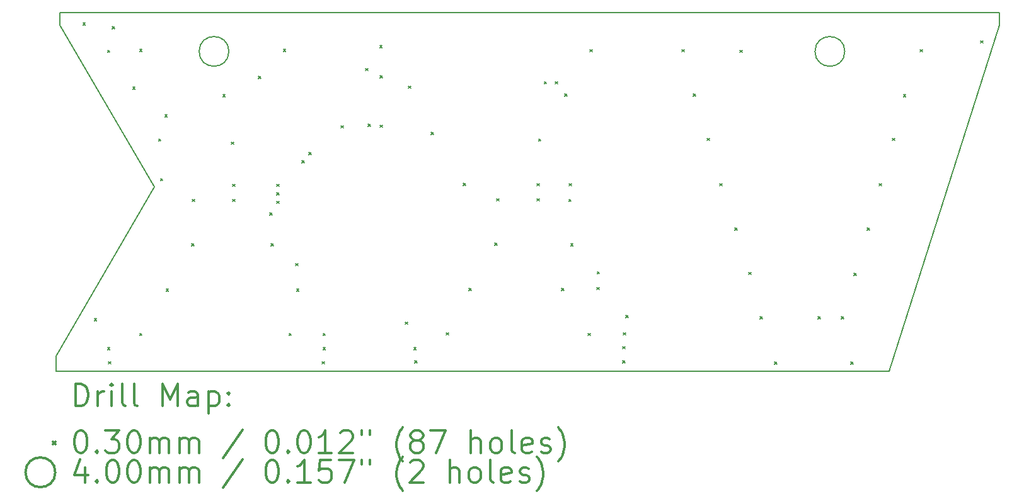
<source format=gbr>
%FSLAX45Y45*%
G04 Gerber Fmt 4.5, Leading zero omitted, Abs format (unit mm)*
G04 Created by KiCad (PCBNEW 4.0.5+dfsg1-4) date Sat Jun 24 16:55:35 2017*
%MOMM*%
%LPD*%
G01*
G04 APERTURE LIST*
%ADD10C,0.127000*%
%ADD11C,0.150000*%
%ADD12C,0.200000*%
%ADD13C,0.300000*%
G04 APERTURE END LIST*
D10*
D11*
X15775000Y-3275000D02*
X3150000Y-3275000D01*
X15775000Y-3450000D02*
X15775000Y-3275000D01*
X14300000Y-8100000D02*
X15775000Y-3450000D01*
X3100000Y-8100000D02*
X14300000Y-8100000D01*
X3100000Y-7900000D02*
X3100000Y-8100000D01*
X4425000Y-5625000D02*
X3100000Y-7900000D01*
X3150000Y-3450000D02*
X4425000Y-5625000D01*
X3150000Y-3275000D02*
X3150000Y-3450000D01*
D12*
X3464560Y-3413760D02*
X3495040Y-3444240D01*
X3495040Y-3413760D02*
X3464560Y-3444240D01*
X3616960Y-7395210D02*
X3647440Y-7425690D01*
X3647440Y-7395210D02*
X3616960Y-7425690D01*
X3794760Y-3782060D02*
X3825240Y-3812540D01*
X3825240Y-3782060D02*
X3794760Y-3812540D01*
X3794760Y-7782560D02*
X3825240Y-7813040D01*
X3825240Y-7782560D02*
X3794760Y-7813040D01*
X3807460Y-7973060D02*
X3837940Y-8003540D01*
X3837940Y-7973060D02*
X3807460Y-8003540D01*
X3858260Y-3464560D02*
X3888740Y-3495040D01*
X3888740Y-3464560D02*
X3858260Y-3495040D01*
X4132580Y-4277360D02*
X4163060Y-4307840D01*
X4163060Y-4277360D02*
X4132580Y-4307840D01*
X4226560Y-3769360D02*
X4257040Y-3799840D01*
X4257040Y-3769360D02*
X4226560Y-3799840D01*
X4226560Y-7592060D02*
X4257040Y-7622540D01*
X4257040Y-7592060D02*
X4226560Y-7622540D01*
X4480560Y-4975860D02*
X4511040Y-5006340D01*
X4511040Y-4975860D02*
X4480560Y-5006340D01*
X4505960Y-5509260D02*
X4536440Y-5539740D01*
X4536440Y-5509260D02*
X4505960Y-5539740D01*
X4566920Y-4650740D02*
X4597400Y-4681220D01*
X4597400Y-4650740D02*
X4566920Y-4681220D01*
X4582160Y-6995160D02*
X4612640Y-7025640D01*
X4612640Y-6995160D02*
X4582160Y-7025640D01*
X4925060Y-6385560D02*
X4955540Y-6416040D01*
X4955540Y-6385560D02*
X4925060Y-6416040D01*
X4932680Y-5788660D02*
X4963160Y-5819140D01*
X4963160Y-5788660D02*
X4932680Y-5819140D01*
X5344160Y-4378960D02*
X5374640Y-4409440D01*
X5374640Y-4378960D02*
X5344160Y-4409440D01*
X5458460Y-5019040D02*
X5488940Y-5049520D01*
X5488940Y-5019040D02*
X5458460Y-5049520D01*
X5473700Y-5585460D02*
X5504180Y-5615940D01*
X5504180Y-5585460D02*
X5473700Y-5615940D01*
X5477510Y-5788660D02*
X5507990Y-5819140D01*
X5507990Y-5788660D02*
X5477510Y-5819140D01*
X5824220Y-4135120D02*
X5854700Y-4165600D01*
X5854700Y-4135120D02*
X5824220Y-4165600D01*
X5972810Y-5972810D02*
X6003290Y-6003290D01*
X6003290Y-5972810D02*
X5972810Y-6003290D01*
X5991860Y-6385560D02*
X6022340Y-6416040D01*
X6022340Y-6385560D02*
X5991860Y-6416040D01*
X6068060Y-5585460D02*
X6098540Y-5615940D01*
X6098540Y-5585460D02*
X6068060Y-5615940D01*
X6068060Y-5699760D02*
X6098540Y-5730240D01*
X6098540Y-5699760D02*
X6068060Y-5730240D01*
X6068060Y-5814060D02*
X6098540Y-5844540D01*
X6098540Y-5814060D02*
X6068060Y-5844540D01*
X6156960Y-3769360D02*
X6187440Y-3799840D01*
X6187440Y-3769360D02*
X6156960Y-3799840D01*
X6233160Y-7592060D02*
X6263640Y-7622540D01*
X6263640Y-7592060D02*
X6233160Y-7622540D01*
X6322060Y-6652260D02*
X6352540Y-6682740D01*
X6352540Y-6652260D02*
X6322060Y-6682740D01*
X6334760Y-6995160D02*
X6365240Y-7025640D01*
X6365240Y-6995160D02*
X6334760Y-7025640D01*
X6404610Y-5267960D02*
X6435090Y-5298440D01*
X6435090Y-5267960D02*
X6404610Y-5298440D01*
X6499860Y-5160010D02*
X6530340Y-5190490D01*
X6530340Y-5160010D02*
X6499860Y-5190490D01*
X6677660Y-7973060D02*
X6708140Y-8003540D01*
X6708140Y-7973060D02*
X6677660Y-8003540D01*
X6690360Y-7592060D02*
X6720840Y-7622540D01*
X6720840Y-7592060D02*
X6690360Y-7622540D01*
X6690360Y-7782560D02*
X6720840Y-7813040D01*
X6720840Y-7782560D02*
X6690360Y-7813040D01*
X6931660Y-4798060D02*
X6962140Y-4828540D01*
X6962140Y-4798060D02*
X6931660Y-4828540D01*
X7261860Y-4029710D02*
X7292340Y-4060190D01*
X7292340Y-4029710D02*
X7261860Y-4060190D01*
X7293610Y-4779010D02*
X7324090Y-4809490D01*
X7324090Y-4779010D02*
X7293610Y-4809490D01*
X7452360Y-3718560D02*
X7482840Y-3749040D01*
X7482840Y-3718560D02*
X7452360Y-3749040D01*
X7458710Y-4124960D02*
X7489190Y-4155440D01*
X7489190Y-4124960D02*
X7458710Y-4155440D01*
X7458710Y-4791710D02*
X7489190Y-4822190D01*
X7489190Y-4791710D02*
X7458710Y-4822190D01*
X7795260Y-7439660D02*
X7825740Y-7470140D01*
X7825740Y-7439660D02*
X7795260Y-7470140D01*
X7839710Y-4264660D02*
X7870190Y-4295140D01*
X7870190Y-4264660D02*
X7839710Y-4295140D01*
X7909560Y-7782560D02*
X7940040Y-7813040D01*
X7940040Y-7782560D02*
X7909560Y-7813040D01*
X7922260Y-7960360D02*
X7952740Y-7990840D01*
X7952740Y-7960360D02*
X7922260Y-7990840D01*
X8144510Y-4886960D02*
X8174990Y-4917440D01*
X8174990Y-4886960D02*
X8144510Y-4917440D01*
X8347710Y-7585710D02*
X8378190Y-7616190D01*
X8378190Y-7585710D02*
X8347710Y-7616190D01*
X8576310Y-5572760D02*
X8606790Y-5603240D01*
X8606790Y-5572760D02*
X8576310Y-5603240D01*
X8652510Y-6988810D02*
X8682990Y-7019290D01*
X8682990Y-6988810D02*
X8652510Y-7019290D01*
X8995410Y-6379210D02*
X9025890Y-6409690D01*
X9025890Y-6379210D02*
X8995410Y-6409690D01*
X9020810Y-5782310D02*
X9051290Y-5812790D01*
X9051290Y-5782310D02*
X9020810Y-5812790D01*
X9566910Y-5579110D02*
X9597390Y-5609590D01*
X9597390Y-5579110D02*
X9566910Y-5609590D01*
X9566910Y-5782310D02*
X9597390Y-5812790D01*
X9597390Y-5782310D02*
X9566910Y-5812790D01*
X9585960Y-4975860D02*
X9616440Y-5006340D01*
X9616440Y-4975860D02*
X9585960Y-5006340D01*
X9662160Y-4207510D02*
X9692640Y-4237990D01*
X9692640Y-4207510D02*
X9662160Y-4237990D01*
X9808210Y-4207510D02*
X9838690Y-4237990D01*
X9838690Y-4207510D02*
X9808210Y-4237990D01*
X9895840Y-6987540D02*
X9926320Y-7018020D01*
X9926320Y-6987540D02*
X9895840Y-7018020D01*
X9935210Y-4372610D02*
X9965690Y-4403090D01*
X9965690Y-4372610D02*
X9935210Y-4403090D01*
X9992360Y-5788660D02*
X10022840Y-5819140D01*
X10022840Y-5788660D02*
X9992360Y-5819140D01*
X9998710Y-5579110D02*
X10029190Y-5609590D01*
X10029190Y-5579110D02*
X9998710Y-5609590D01*
X10017760Y-6385560D02*
X10048240Y-6416040D01*
X10048240Y-6385560D02*
X10017760Y-6416040D01*
X10252710Y-7592060D02*
X10283190Y-7622540D01*
X10283190Y-7592060D02*
X10252710Y-7622540D01*
X10278110Y-3775710D02*
X10308590Y-3806190D01*
X10308590Y-3775710D02*
X10278110Y-3806190D01*
X10367010Y-6976110D02*
X10397490Y-7006590D01*
X10397490Y-6976110D02*
X10367010Y-7006590D01*
X10373360Y-6764020D02*
X10403840Y-6794500D01*
X10403840Y-6764020D02*
X10373360Y-6794500D01*
X10716260Y-7769860D02*
X10746740Y-7800340D01*
X10746740Y-7769860D02*
X10716260Y-7800340D01*
X10716260Y-7960360D02*
X10746740Y-7990840D01*
X10746740Y-7960360D02*
X10716260Y-7990840D01*
X10722610Y-7585710D02*
X10753090Y-7616190D01*
X10753090Y-7585710D02*
X10722610Y-7616190D01*
X10756900Y-7353300D02*
X10787380Y-7383780D01*
X10787380Y-7353300D02*
X10756900Y-7383780D01*
X11510010Y-3775710D02*
X11540490Y-3806190D01*
X11540490Y-3775710D02*
X11510010Y-3806190D01*
X11662410Y-4372610D02*
X11692890Y-4403090D01*
X11692890Y-4372610D02*
X11662410Y-4403090D01*
X11852910Y-4969510D02*
X11883390Y-4999990D01*
X11883390Y-4969510D02*
X11852910Y-4999990D01*
X12018010Y-5579110D02*
X12048490Y-5609590D01*
X12048490Y-5579110D02*
X12018010Y-5609590D01*
X12221210Y-6176010D02*
X12251690Y-6206490D01*
X12251690Y-6176010D02*
X12221210Y-6206490D01*
X12291060Y-3782060D02*
X12321540Y-3812540D01*
X12321540Y-3782060D02*
X12291060Y-3812540D01*
X12411710Y-6772910D02*
X12442190Y-6803390D01*
X12442190Y-6772910D02*
X12411710Y-6803390D01*
X12564110Y-7369810D02*
X12594590Y-7400290D01*
X12594590Y-7369810D02*
X12564110Y-7400290D01*
X12754610Y-7979410D02*
X12785090Y-8009890D01*
X12785090Y-7979410D02*
X12754610Y-8009890D01*
X13338810Y-7369810D02*
X13369290Y-7400290D01*
X13369290Y-7369810D02*
X13338810Y-7400290D01*
X13656310Y-7369810D02*
X13686790Y-7400290D01*
X13686790Y-7369810D02*
X13656310Y-7400290D01*
X13783310Y-7979410D02*
X13813790Y-8009890D01*
X13813790Y-7979410D02*
X13783310Y-8009890D01*
X13821410Y-6785610D02*
X13851890Y-6816090D01*
X13851890Y-6785610D02*
X13821410Y-6816090D01*
X13999210Y-6176010D02*
X14029690Y-6206490D01*
X14029690Y-6176010D02*
X13999210Y-6206490D01*
X14164310Y-5579110D02*
X14194790Y-5609590D01*
X14194790Y-5579110D02*
X14164310Y-5609590D01*
X14342110Y-4969510D02*
X14372590Y-4999990D01*
X14372590Y-4969510D02*
X14342110Y-4999990D01*
X14488160Y-4378960D02*
X14518640Y-4409440D01*
X14518640Y-4378960D02*
X14488160Y-4409440D01*
X14710410Y-3775710D02*
X14740890Y-3806190D01*
X14740890Y-3775710D02*
X14710410Y-3806190D01*
X15523210Y-3655060D02*
X15553690Y-3685540D01*
X15553690Y-3655060D02*
X15523210Y-3685540D01*
X5425000Y-3800000D02*
G75*
G03X5425000Y-3800000I-200000J0D01*
G01*
X13700000Y-3800000D02*
G75*
G03X13700000Y-3800000I-200000J0D01*
G01*
D13*
X3363928Y-8573214D02*
X3363928Y-8273214D01*
X3435357Y-8273214D01*
X3478214Y-8287500D01*
X3506786Y-8316071D01*
X3521071Y-8344643D01*
X3535357Y-8401786D01*
X3535357Y-8444643D01*
X3521071Y-8501786D01*
X3506786Y-8530357D01*
X3478214Y-8558929D01*
X3435357Y-8573214D01*
X3363928Y-8573214D01*
X3663928Y-8573214D02*
X3663928Y-8373214D01*
X3663928Y-8430357D02*
X3678214Y-8401786D01*
X3692500Y-8387500D01*
X3721071Y-8373214D01*
X3749643Y-8373214D01*
X3849643Y-8573214D02*
X3849643Y-8373214D01*
X3849643Y-8273214D02*
X3835357Y-8287500D01*
X3849643Y-8301786D01*
X3863928Y-8287500D01*
X3849643Y-8273214D01*
X3849643Y-8301786D01*
X4035357Y-8573214D02*
X4006786Y-8558929D01*
X3992500Y-8530357D01*
X3992500Y-8273214D01*
X4192500Y-8573214D02*
X4163928Y-8558929D01*
X4149643Y-8530357D01*
X4149643Y-8273214D01*
X4535357Y-8573214D02*
X4535357Y-8273214D01*
X4635357Y-8487500D01*
X4735357Y-8273214D01*
X4735357Y-8573214D01*
X5006786Y-8573214D02*
X5006786Y-8416072D01*
X4992500Y-8387500D01*
X4963929Y-8373214D01*
X4906786Y-8373214D01*
X4878214Y-8387500D01*
X5006786Y-8558929D02*
X4978214Y-8573214D01*
X4906786Y-8573214D01*
X4878214Y-8558929D01*
X4863929Y-8530357D01*
X4863929Y-8501786D01*
X4878214Y-8473214D01*
X4906786Y-8458929D01*
X4978214Y-8458929D01*
X5006786Y-8444643D01*
X5149643Y-8373214D02*
X5149643Y-8673214D01*
X5149643Y-8387500D02*
X5178214Y-8373214D01*
X5235357Y-8373214D01*
X5263929Y-8387500D01*
X5278214Y-8401786D01*
X5292500Y-8430357D01*
X5292500Y-8516072D01*
X5278214Y-8544643D01*
X5263929Y-8558929D01*
X5235357Y-8573214D01*
X5178214Y-8573214D01*
X5149643Y-8558929D01*
X5421071Y-8544643D02*
X5435357Y-8558929D01*
X5421071Y-8573214D01*
X5406786Y-8558929D01*
X5421071Y-8544643D01*
X5421071Y-8573214D01*
X5421071Y-8387500D02*
X5435357Y-8401786D01*
X5421071Y-8416072D01*
X5406786Y-8401786D01*
X5421071Y-8387500D01*
X5421071Y-8416072D01*
X3062020Y-9052260D02*
X3092500Y-9082740D01*
X3092500Y-9052260D02*
X3062020Y-9082740D01*
X3421071Y-8903214D02*
X3449643Y-8903214D01*
X3478214Y-8917500D01*
X3492500Y-8931786D01*
X3506786Y-8960357D01*
X3521071Y-9017500D01*
X3521071Y-9088929D01*
X3506786Y-9146072D01*
X3492500Y-9174643D01*
X3478214Y-9188929D01*
X3449643Y-9203214D01*
X3421071Y-9203214D01*
X3392500Y-9188929D01*
X3378214Y-9174643D01*
X3363928Y-9146072D01*
X3349643Y-9088929D01*
X3349643Y-9017500D01*
X3363928Y-8960357D01*
X3378214Y-8931786D01*
X3392500Y-8917500D01*
X3421071Y-8903214D01*
X3649643Y-9174643D02*
X3663928Y-9188929D01*
X3649643Y-9203214D01*
X3635357Y-9188929D01*
X3649643Y-9174643D01*
X3649643Y-9203214D01*
X3763928Y-8903214D02*
X3949643Y-8903214D01*
X3849643Y-9017500D01*
X3892500Y-9017500D01*
X3921071Y-9031786D01*
X3935357Y-9046072D01*
X3949643Y-9074643D01*
X3949643Y-9146072D01*
X3935357Y-9174643D01*
X3921071Y-9188929D01*
X3892500Y-9203214D01*
X3806786Y-9203214D01*
X3778214Y-9188929D01*
X3763928Y-9174643D01*
X4135357Y-8903214D02*
X4163928Y-8903214D01*
X4192500Y-8917500D01*
X4206786Y-8931786D01*
X4221071Y-8960357D01*
X4235357Y-9017500D01*
X4235357Y-9088929D01*
X4221071Y-9146072D01*
X4206786Y-9174643D01*
X4192500Y-9188929D01*
X4163928Y-9203214D01*
X4135357Y-9203214D01*
X4106786Y-9188929D01*
X4092500Y-9174643D01*
X4078214Y-9146072D01*
X4063928Y-9088929D01*
X4063928Y-9017500D01*
X4078214Y-8960357D01*
X4092500Y-8931786D01*
X4106786Y-8917500D01*
X4135357Y-8903214D01*
X4363929Y-9203214D02*
X4363929Y-9003214D01*
X4363929Y-9031786D02*
X4378214Y-9017500D01*
X4406786Y-9003214D01*
X4449643Y-9003214D01*
X4478214Y-9017500D01*
X4492500Y-9046072D01*
X4492500Y-9203214D01*
X4492500Y-9046072D02*
X4506786Y-9017500D01*
X4535357Y-9003214D01*
X4578214Y-9003214D01*
X4606786Y-9017500D01*
X4621071Y-9046072D01*
X4621071Y-9203214D01*
X4763929Y-9203214D02*
X4763929Y-9003214D01*
X4763929Y-9031786D02*
X4778214Y-9017500D01*
X4806786Y-9003214D01*
X4849643Y-9003214D01*
X4878214Y-9017500D01*
X4892500Y-9046072D01*
X4892500Y-9203214D01*
X4892500Y-9046072D02*
X4906786Y-9017500D01*
X4935357Y-9003214D01*
X4978214Y-9003214D01*
X5006786Y-9017500D01*
X5021071Y-9046072D01*
X5021071Y-9203214D01*
X5606786Y-8888929D02*
X5349643Y-9274643D01*
X5992500Y-8903214D02*
X6021071Y-8903214D01*
X6049643Y-8917500D01*
X6063928Y-8931786D01*
X6078214Y-8960357D01*
X6092500Y-9017500D01*
X6092500Y-9088929D01*
X6078214Y-9146072D01*
X6063928Y-9174643D01*
X6049643Y-9188929D01*
X6021071Y-9203214D01*
X5992500Y-9203214D01*
X5963928Y-9188929D01*
X5949643Y-9174643D01*
X5935357Y-9146072D01*
X5921071Y-9088929D01*
X5921071Y-9017500D01*
X5935357Y-8960357D01*
X5949643Y-8931786D01*
X5963928Y-8917500D01*
X5992500Y-8903214D01*
X6221071Y-9174643D02*
X6235357Y-9188929D01*
X6221071Y-9203214D01*
X6206786Y-9188929D01*
X6221071Y-9174643D01*
X6221071Y-9203214D01*
X6421071Y-8903214D02*
X6449643Y-8903214D01*
X6478214Y-8917500D01*
X6492500Y-8931786D01*
X6506785Y-8960357D01*
X6521071Y-9017500D01*
X6521071Y-9088929D01*
X6506785Y-9146072D01*
X6492500Y-9174643D01*
X6478214Y-9188929D01*
X6449643Y-9203214D01*
X6421071Y-9203214D01*
X6392500Y-9188929D01*
X6378214Y-9174643D01*
X6363928Y-9146072D01*
X6349643Y-9088929D01*
X6349643Y-9017500D01*
X6363928Y-8960357D01*
X6378214Y-8931786D01*
X6392500Y-8917500D01*
X6421071Y-8903214D01*
X6806785Y-9203214D02*
X6635357Y-9203214D01*
X6721071Y-9203214D02*
X6721071Y-8903214D01*
X6692500Y-8946072D01*
X6663928Y-8974643D01*
X6635357Y-8988929D01*
X6921071Y-8931786D02*
X6935357Y-8917500D01*
X6963928Y-8903214D01*
X7035357Y-8903214D01*
X7063928Y-8917500D01*
X7078214Y-8931786D01*
X7092500Y-8960357D01*
X7092500Y-8988929D01*
X7078214Y-9031786D01*
X6906785Y-9203214D01*
X7092500Y-9203214D01*
X7206786Y-8903214D02*
X7206786Y-8960357D01*
X7321071Y-8903214D02*
X7321071Y-8960357D01*
X7763928Y-9317500D02*
X7749643Y-9303214D01*
X7721071Y-9260357D01*
X7706785Y-9231786D01*
X7692500Y-9188929D01*
X7678214Y-9117500D01*
X7678214Y-9060357D01*
X7692500Y-8988929D01*
X7706785Y-8946072D01*
X7721071Y-8917500D01*
X7749643Y-8874643D01*
X7763928Y-8860357D01*
X7921071Y-9031786D02*
X7892500Y-9017500D01*
X7878214Y-9003214D01*
X7863928Y-8974643D01*
X7863928Y-8960357D01*
X7878214Y-8931786D01*
X7892500Y-8917500D01*
X7921071Y-8903214D01*
X7978214Y-8903214D01*
X8006785Y-8917500D01*
X8021071Y-8931786D01*
X8035357Y-8960357D01*
X8035357Y-8974643D01*
X8021071Y-9003214D01*
X8006785Y-9017500D01*
X7978214Y-9031786D01*
X7921071Y-9031786D01*
X7892500Y-9046072D01*
X7878214Y-9060357D01*
X7863928Y-9088929D01*
X7863928Y-9146072D01*
X7878214Y-9174643D01*
X7892500Y-9188929D01*
X7921071Y-9203214D01*
X7978214Y-9203214D01*
X8006785Y-9188929D01*
X8021071Y-9174643D01*
X8035357Y-9146072D01*
X8035357Y-9088929D01*
X8021071Y-9060357D01*
X8006785Y-9046072D01*
X7978214Y-9031786D01*
X8135357Y-8903214D02*
X8335357Y-8903214D01*
X8206785Y-9203214D01*
X8678214Y-9203214D02*
X8678214Y-8903214D01*
X8806786Y-9203214D02*
X8806786Y-9046072D01*
X8792500Y-9017500D01*
X8763928Y-9003214D01*
X8721071Y-9003214D01*
X8692500Y-9017500D01*
X8678214Y-9031786D01*
X8992500Y-9203214D02*
X8963928Y-9188929D01*
X8949643Y-9174643D01*
X8935357Y-9146072D01*
X8935357Y-9060357D01*
X8949643Y-9031786D01*
X8963928Y-9017500D01*
X8992500Y-9003214D01*
X9035357Y-9003214D01*
X9063928Y-9017500D01*
X9078214Y-9031786D01*
X9092500Y-9060357D01*
X9092500Y-9146072D01*
X9078214Y-9174643D01*
X9063928Y-9188929D01*
X9035357Y-9203214D01*
X8992500Y-9203214D01*
X9263928Y-9203214D02*
X9235357Y-9188929D01*
X9221071Y-9160357D01*
X9221071Y-8903214D01*
X9492500Y-9188929D02*
X9463929Y-9203214D01*
X9406786Y-9203214D01*
X9378214Y-9188929D01*
X9363929Y-9160357D01*
X9363929Y-9046072D01*
X9378214Y-9017500D01*
X9406786Y-9003214D01*
X9463929Y-9003214D01*
X9492500Y-9017500D01*
X9506786Y-9046072D01*
X9506786Y-9074643D01*
X9363929Y-9103214D01*
X9621071Y-9188929D02*
X9649643Y-9203214D01*
X9706786Y-9203214D01*
X9735357Y-9188929D01*
X9749643Y-9160357D01*
X9749643Y-9146072D01*
X9735357Y-9117500D01*
X9706786Y-9103214D01*
X9663929Y-9103214D01*
X9635357Y-9088929D01*
X9621071Y-9060357D01*
X9621071Y-9046072D01*
X9635357Y-9017500D01*
X9663929Y-9003214D01*
X9706786Y-9003214D01*
X9735357Y-9017500D01*
X9849643Y-9317500D02*
X9863929Y-9303214D01*
X9892500Y-9260357D01*
X9906786Y-9231786D01*
X9921071Y-9188929D01*
X9935357Y-9117500D01*
X9935357Y-9060357D01*
X9921071Y-8988929D01*
X9906786Y-8946072D01*
X9892500Y-8917500D01*
X9863929Y-8874643D01*
X9849643Y-8860357D01*
X3092500Y-9463500D02*
G75*
G03X3092500Y-9463500I-200000J0D01*
G01*
X3492500Y-9399214D02*
X3492500Y-9599214D01*
X3421071Y-9284929D02*
X3349643Y-9499214D01*
X3535357Y-9499214D01*
X3649643Y-9570643D02*
X3663928Y-9584929D01*
X3649643Y-9599214D01*
X3635357Y-9584929D01*
X3649643Y-9570643D01*
X3649643Y-9599214D01*
X3849643Y-9299214D02*
X3878214Y-9299214D01*
X3906786Y-9313500D01*
X3921071Y-9327786D01*
X3935357Y-9356357D01*
X3949643Y-9413500D01*
X3949643Y-9484929D01*
X3935357Y-9542072D01*
X3921071Y-9570643D01*
X3906786Y-9584929D01*
X3878214Y-9599214D01*
X3849643Y-9599214D01*
X3821071Y-9584929D01*
X3806786Y-9570643D01*
X3792500Y-9542072D01*
X3778214Y-9484929D01*
X3778214Y-9413500D01*
X3792500Y-9356357D01*
X3806786Y-9327786D01*
X3821071Y-9313500D01*
X3849643Y-9299214D01*
X4135357Y-9299214D02*
X4163928Y-9299214D01*
X4192500Y-9313500D01*
X4206786Y-9327786D01*
X4221071Y-9356357D01*
X4235357Y-9413500D01*
X4235357Y-9484929D01*
X4221071Y-9542072D01*
X4206786Y-9570643D01*
X4192500Y-9584929D01*
X4163928Y-9599214D01*
X4135357Y-9599214D01*
X4106786Y-9584929D01*
X4092500Y-9570643D01*
X4078214Y-9542072D01*
X4063928Y-9484929D01*
X4063928Y-9413500D01*
X4078214Y-9356357D01*
X4092500Y-9327786D01*
X4106786Y-9313500D01*
X4135357Y-9299214D01*
X4363929Y-9599214D02*
X4363929Y-9399214D01*
X4363929Y-9427786D02*
X4378214Y-9413500D01*
X4406786Y-9399214D01*
X4449643Y-9399214D01*
X4478214Y-9413500D01*
X4492500Y-9442072D01*
X4492500Y-9599214D01*
X4492500Y-9442072D02*
X4506786Y-9413500D01*
X4535357Y-9399214D01*
X4578214Y-9399214D01*
X4606786Y-9413500D01*
X4621071Y-9442072D01*
X4621071Y-9599214D01*
X4763929Y-9599214D02*
X4763929Y-9399214D01*
X4763929Y-9427786D02*
X4778214Y-9413500D01*
X4806786Y-9399214D01*
X4849643Y-9399214D01*
X4878214Y-9413500D01*
X4892500Y-9442072D01*
X4892500Y-9599214D01*
X4892500Y-9442072D02*
X4906786Y-9413500D01*
X4935357Y-9399214D01*
X4978214Y-9399214D01*
X5006786Y-9413500D01*
X5021071Y-9442072D01*
X5021071Y-9599214D01*
X5606786Y-9284929D02*
X5349643Y-9670643D01*
X5992500Y-9299214D02*
X6021071Y-9299214D01*
X6049643Y-9313500D01*
X6063928Y-9327786D01*
X6078214Y-9356357D01*
X6092500Y-9413500D01*
X6092500Y-9484929D01*
X6078214Y-9542072D01*
X6063928Y-9570643D01*
X6049643Y-9584929D01*
X6021071Y-9599214D01*
X5992500Y-9599214D01*
X5963928Y-9584929D01*
X5949643Y-9570643D01*
X5935357Y-9542072D01*
X5921071Y-9484929D01*
X5921071Y-9413500D01*
X5935357Y-9356357D01*
X5949643Y-9327786D01*
X5963928Y-9313500D01*
X5992500Y-9299214D01*
X6221071Y-9570643D02*
X6235357Y-9584929D01*
X6221071Y-9599214D01*
X6206786Y-9584929D01*
X6221071Y-9570643D01*
X6221071Y-9599214D01*
X6521071Y-9599214D02*
X6349643Y-9599214D01*
X6435357Y-9599214D02*
X6435357Y-9299214D01*
X6406785Y-9342072D01*
X6378214Y-9370643D01*
X6349643Y-9384929D01*
X6792500Y-9299214D02*
X6649643Y-9299214D01*
X6635357Y-9442072D01*
X6649643Y-9427786D01*
X6678214Y-9413500D01*
X6749643Y-9413500D01*
X6778214Y-9427786D01*
X6792500Y-9442072D01*
X6806785Y-9470643D01*
X6806785Y-9542072D01*
X6792500Y-9570643D01*
X6778214Y-9584929D01*
X6749643Y-9599214D01*
X6678214Y-9599214D01*
X6649643Y-9584929D01*
X6635357Y-9570643D01*
X6906785Y-9299214D02*
X7106785Y-9299214D01*
X6978214Y-9599214D01*
X7206786Y-9299214D02*
X7206786Y-9356357D01*
X7321071Y-9299214D02*
X7321071Y-9356357D01*
X7763928Y-9713500D02*
X7749643Y-9699214D01*
X7721071Y-9656357D01*
X7706785Y-9627786D01*
X7692500Y-9584929D01*
X7678214Y-9513500D01*
X7678214Y-9456357D01*
X7692500Y-9384929D01*
X7706785Y-9342072D01*
X7721071Y-9313500D01*
X7749643Y-9270643D01*
X7763928Y-9256357D01*
X7863928Y-9327786D02*
X7878214Y-9313500D01*
X7906785Y-9299214D01*
X7978214Y-9299214D01*
X8006785Y-9313500D01*
X8021071Y-9327786D01*
X8035357Y-9356357D01*
X8035357Y-9384929D01*
X8021071Y-9427786D01*
X7849643Y-9599214D01*
X8035357Y-9599214D01*
X8392500Y-9599214D02*
X8392500Y-9299214D01*
X8521071Y-9599214D02*
X8521071Y-9442072D01*
X8506786Y-9413500D01*
X8478214Y-9399214D01*
X8435357Y-9399214D01*
X8406786Y-9413500D01*
X8392500Y-9427786D01*
X8706786Y-9599214D02*
X8678214Y-9584929D01*
X8663928Y-9570643D01*
X8649643Y-9542072D01*
X8649643Y-9456357D01*
X8663928Y-9427786D01*
X8678214Y-9413500D01*
X8706786Y-9399214D01*
X8749643Y-9399214D01*
X8778214Y-9413500D01*
X8792500Y-9427786D01*
X8806786Y-9456357D01*
X8806786Y-9542072D01*
X8792500Y-9570643D01*
X8778214Y-9584929D01*
X8749643Y-9599214D01*
X8706786Y-9599214D01*
X8978214Y-9599214D02*
X8949643Y-9584929D01*
X8935357Y-9556357D01*
X8935357Y-9299214D01*
X9206786Y-9584929D02*
X9178214Y-9599214D01*
X9121071Y-9599214D01*
X9092500Y-9584929D01*
X9078214Y-9556357D01*
X9078214Y-9442072D01*
X9092500Y-9413500D01*
X9121071Y-9399214D01*
X9178214Y-9399214D01*
X9206786Y-9413500D01*
X9221071Y-9442072D01*
X9221071Y-9470643D01*
X9078214Y-9499214D01*
X9335357Y-9584929D02*
X9363929Y-9599214D01*
X9421071Y-9599214D01*
X9449643Y-9584929D01*
X9463929Y-9556357D01*
X9463929Y-9542072D01*
X9449643Y-9513500D01*
X9421071Y-9499214D01*
X9378214Y-9499214D01*
X9349643Y-9484929D01*
X9335357Y-9456357D01*
X9335357Y-9442072D01*
X9349643Y-9413500D01*
X9378214Y-9399214D01*
X9421071Y-9399214D01*
X9449643Y-9413500D01*
X9563928Y-9713500D02*
X9578214Y-9699214D01*
X9606786Y-9656357D01*
X9621071Y-9627786D01*
X9635357Y-9584929D01*
X9649643Y-9513500D01*
X9649643Y-9456357D01*
X9635357Y-9384929D01*
X9621071Y-9342072D01*
X9606786Y-9313500D01*
X9578214Y-9270643D01*
X9563928Y-9256357D01*
M02*

</source>
